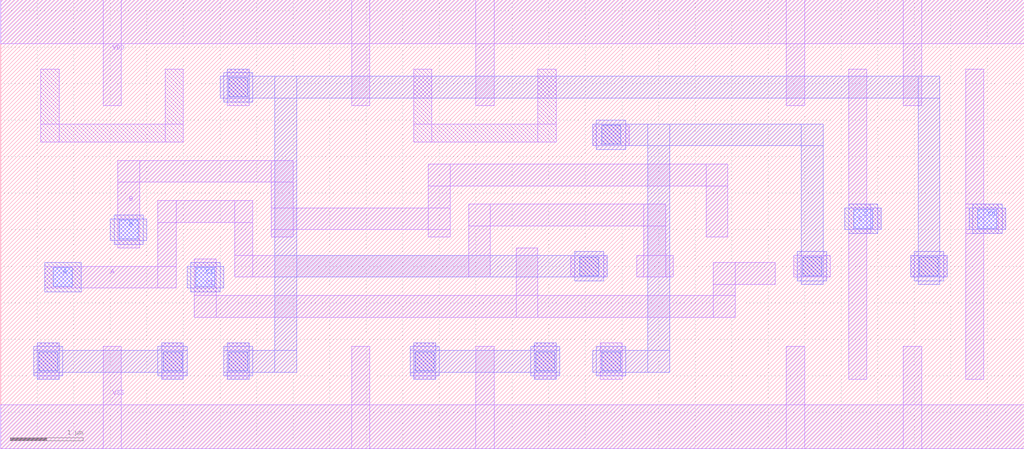
<source format=lef>
# Copyright 2022 Google LLC
# Licensed under the Apache License, Version 2.0 (the "License");
# you may not use this file except in compliance with the License.
# You may obtain a copy of the License at
#
#      http://www.apache.org/licenses/LICENSE-2.0
#
# Unless required by applicable law or agreed to in writing, software
# distributed under the License is distributed on an "AS IS" BASIS,
# WITHOUT WARRANTIES OR CONDITIONS OF ANY KIND, either express or implied.
# See the License for the specific language governing permissions and
# limitations under the License.
VERSION 5.7 ;
BUSBITCHARS "[]" ;
DIVIDERCHAR "/" ;

MACRO gf180mcu_osu_sc_gp9t3v3__addf_1
  CLASS CORE ;
  ORIGIN 0 0 ;
  FOREIGN gf180mcu_osu_sc_gp9t3v3__addf_1 0 0 ;
  SIZE 14 BY 6.15 ;
  SYMMETRY X Y ;
  SITE GF180_3p3_12t ;
  PIN VDD
    DIRECTION INOUT ;
    USE POWER ;
    SHAPE ABUTMENT ;
    PORT
      LAYER MET1 ;
        RECT 0 5.55 14 6.15 ;
        RECT 12.35 4.7 12.6 6.15 ;
        RECT 10.75 4.7 11 6.15 ;
        RECT 6.5 4.7 6.75 6.15 ;
        RECT 4.8 4.7 5.05 6.15 ;
        RECT 1.4 4.7 1.65 6.15 ;
    END
  END VDD
  PIN VSS
    DIRECTION INOUT ;
    USE GROUND ;
    PORT
      LAYER MET1 ;
        RECT 0 0 14 0.6 ;
        RECT 12.35 0 12.6 1.4 ;
        RECT 10.75 0 11 1.4 ;
        RECT 6.5 0 6.75 1.4 ;
        RECT 4.8 0 5.05 1.4 ;
        RECT 1.4 0 1.65 1.4 ;
    END
  END VSS
  PIN A
    DIRECTION INPUT ;
    USE SIGNAL ;
    PORT
      LAYER MET1 ;
        RECT 8.7 2.35 9.2 2.65 ;
        RECT 6.4 3.05 9.1 3.35 ;
        RECT 8.8 2.35 9.1 3.35 ;
        RECT 6.4 2.35 6.7 3.35 ;
        RECT 3.2 2.35 6.7 2.65 ;
        RECT 2.15 3.1 3.45 3.4 ;
        RECT 3.2 2.35 3.45 3.4 ;
        RECT 2.15 2.2 2.4 3.4 ;
        RECT 0.6 2.2 2.4 2.5 ;
      LAYER MET2 ;
        RECT 0.6 2.15 1.1 2.55 ;
      LAYER VIA12 ;
        RECT 0.72 2.22 0.98 2.48 ;
    END
  END A
  PIN B
    DIRECTION INPUT ;
    USE SIGNAL ;
    PORT
      LAYER MET1 ;
        RECT 5.85 3.6 9.95 3.9 ;
        RECT 9.65 2.9 9.95 3.9 ;
        RECT 5.85 2.9 6.15 3.9 ;
        RECT 3.7 3 6.15 3.3 ;
        RECT 1.6 3.65 4 3.95 ;
        RECT 3.7 2.9 4 3.95 ;
        RECT 1.6 2.75 1.9 3.95 ;
      LAYER MET2 ;
        RECT 1.5 2.85 2 3.15 ;
        RECT 1.55 2.8 1.95 3.2 ;
      LAYER VIA12 ;
        RECT 1.62 2.87 1.88 3.13 ;
    END
  END B
  PIN CI
    DIRECTION INPUT ;
    USE SIGNAL ;
    PORT
      LAYER MET1 ;
        RECT 9.75 2.25 10.6 2.55 ;
        RECT 9.75 1.8 10.05 2.55 ;
        RECT 2.65 1.8 10.05 2.1 ;
        RECT 7.05 1.8 7.35 2.75 ;
        RECT 2.65 1.8 2.95 2.6 ;
      LAYER MET2 ;
        RECT 2.55 2.2 3.05 2.5 ;
        RECT 2.6 2.15 3 2.55 ;
      LAYER VIA12 ;
        RECT 2.67 2.22 2.93 2.48 ;
    END
  END CI
  PIN CO
    DIRECTION OUTPUT ;
    USE SIGNAL ;
    PORT
      LAYER MET1 ;
        RECT 13.2 3 13.75 3.3 ;
        RECT 13.2 2.95 13.65 3.35 ;
        RECT 13.2 0.95 13.45 5.2 ;
      LAYER MET2 ;
        RECT 13.25 3 13.75 3.3 ;
        RECT 13.3 2.95 13.7 3.35 ;
      LAYER VIA12 ;
        RECT 13.37 3.02 13.63 3.28 ;
    END
  END CO
  PIN S
    DIRECTION OUTPUT ;
    USE SIGNAL ;
    PORT
      LAYER MET1 ;
        RECT 11.6 3 12.05 3.3 ;
        RECT 11.6 2.95 11.9 3.35 ;
        RECT 11.6 0.95 11.85 5.2 ;
      LAYER MET2 ;
        RECT 11.55 3 12.05 3.3 ;
        RECT 11.6 2.95 12 3.35 ;
      LAYER VIA12 ;
        RECT 11.67 3.02 11.93 3.28 ;
    END
  END S
  OBS
    LAYER MET2 ;
      RECT 3.1 4.75 3.4 5.2 ;
      RECT 3.05 4.75 3.45 5.15 ;
      RECT 3 4.8 12.85 5.1 ;
      RECT 12.55 2.25 12.85 5.1 ;
      RECT 3.75 1.05 4.05 5.1 ;
      RECT 12.5 2.3 12.9 2.7 ;
      RECT 7.85 2.3 8.25 2.7 ;
      RECT 12.45 2.35 12.95 2.65 ;
      RECT 3.75 2.35 8.3 2.65 ;
      RECT 3.1 0.95 3.4 1.45 ;
      RECT 3.05 1 3.45 1.4 ;
      RECT 3.05 1.05 4.05 1.35 ;
      RECT 8.15 4.1 8.55 4.5 ;
      RECT 8.1 4.15 11.25 4.45 ;
      RECT 10.95 2.25 11.25 4.45 ;
      RECT 8.85 1.05 9.15 4.45 ;
      RECT 10.9 2.3 11.3 2.7 ;
      RECT 8.15 1 8.55 1.4 ;
      RECT 8.1 1.05 9.15 1.35 ;
      RECT 7.3 0.95 7.6 1.45 ;
      RECT 5.65 0.95 5.95 1.45 ;
      RECT 7.25 1 7.65 1.4 ;
      RECT 5.6 1 6 1.4 ;
      RECT 5.6 1.05 7.65 1.35 ;
      RECT 2.2 0.95 2.5 1.45 ;
      RECT 0.5 0.95 0.8 1.45 ;
      RECT 2.15 1 2.55 1.4 ;
      RECT 0.45 1 0.85 1.4 ;
      RECT 0.45 1.05 2.55 1.35 ;
    LAYER VIA12 ;
      RECT 12.57 2.37 12.83 2.63 ;
      RECT 10.97 2.37 11.23 2.63 ;
      RECT 8.22 1.07 8.48 1.33 ;
      RECT 8.22 4.17 8.48 4.43 ;
      RECT 7.92 2.37 8.18 2.63 ;
      RECT 7.32 1.07 7.58 1.33 ;
      RECT 5.67 1.07 5.93 1.33 ;
      RECT 3.12 1.07 3.38 1.33 ;
      RECT 3.12 4.82 3.38 5.08 ;
      RECT 2.22 1.07 2.48 1.33 ;
      RECT 0.52 1.07 0.78 1.33 ;
    LAYER MET1 ;
      RECT 7.35 4.2 7.6 5.2 ;
      RECT 5.65 4.2 5.9 5.2 ;
      RECT 5.65 4.2 7.6 4.45 ;
      RECT 2.25 4.2 2.5 5.2 ;
      RECT 0.55 4.2 0.8 5.2 ;
      RECT 0.55 4.2 2.5 4.45 ;
      RECT 12.45 2.35 12.95 2.65 ;
      RECT 10.85 2.35 11.35 2.65 ;
      RECT 8.1 4.15 8.6 4.45 ;
      RECT 8.2 0.95 8.5 1.45 ;
      RECT 7.8 2.35 8.3 2.65 ;
      RECT 7.3 0.95 7.6 1.45 ;
      RECT 5.65 0.95 5.95 1.45 ;
      RECT 3.1 0.95 3.4 1.45 ;
      RECT 3.1 4.7 3.4 5.2 ;
      RECT 2.2 0.95 2.5 1.45 ;
      RECT 0.5 0.95 0.8 1.45 ;
  END
END gf180mcu_osu_sc_gp9t3v3__addf_1

</source>
